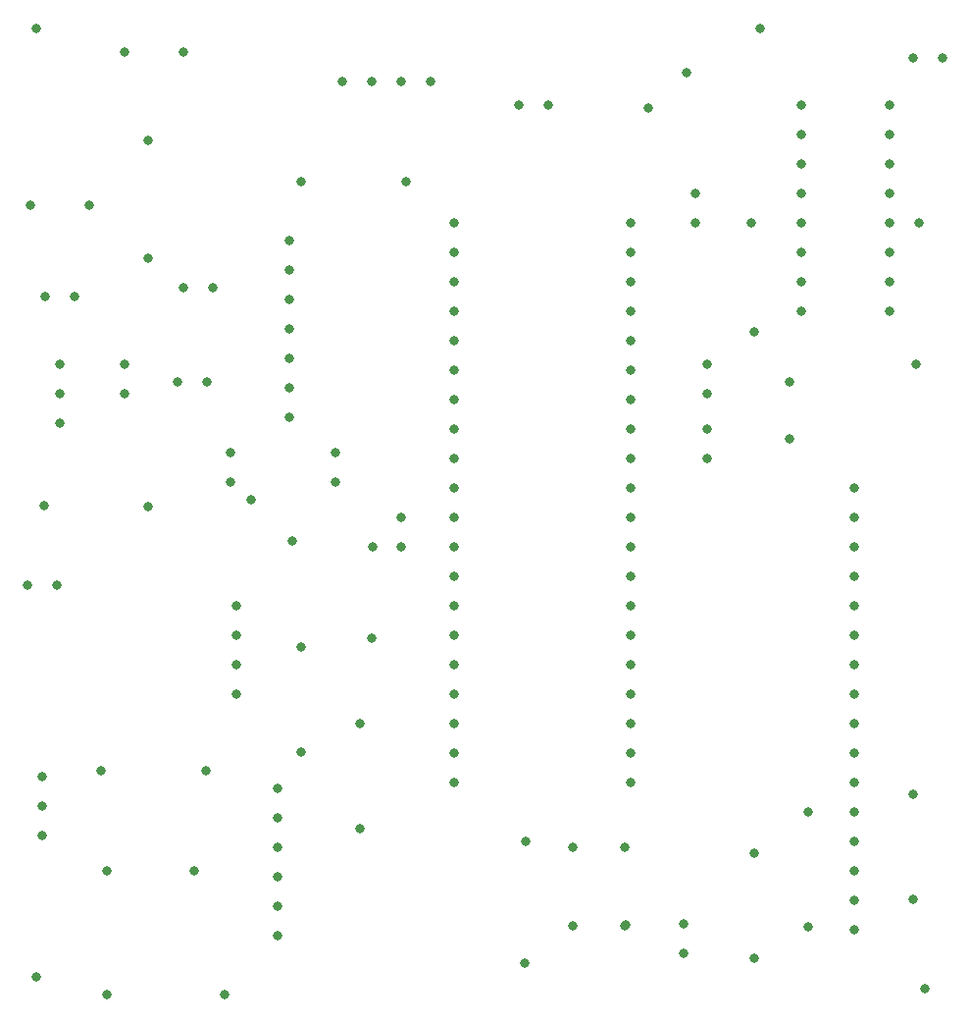
<source format=gbr>
G04 Generated by Ultiboard 14.3 *
%FSLAX33Y33*%
%MOMM*%

%ADD10C,0.001*%
%ADD11C,0.800*%


G04 ColorRGB 000000 for the following layer *
%LNDrill-Copper Top-Copper Bottom*%
%LPD*%
G54D11*
X80264Y3556D03*
X49860Y15748D03*
X49860Y9042D03*
X54356Y15748D03*
X54356Y9042D03*
X45695Y5779D03*
X59436Y6604D03*
X59436Y9144D03*
X65532Y6240D03*
X65542Y15240D03*
X17152Y13716D03*
X9652Y13716D03*
X24384Y13208D03*
X24384Y8128D03*
X24384Y15748D03*
X24384Y18288D03*
X24384Y10668D03*
X24384Y20828D03*
X54432Y9093D03*
X70129Y8890D03*
X79248Y11320D03*
X79258Y20320D03*
X4064Y21844D03*
X4064Y19304D03*
X4064Y16764D03*
X45796Y16332D03*
X31506Y26416D03*
X31496Y17416D03*
X70155Y18847D03*
X9144Y22362D03*
X18144Y22352D03*
X39624Y44196D03*
X54864Y49276D03*
X39624Y41656D03*
X54864Y46736D03*
X39624Y21336D03*
X39624Y23876D03*
X54864Y51816D03*
X54864Y54356D03*
X54864Y23876D03*
X54864Y26416D03*
X54864Y28956D03*
X54864Y31496D03*
X54864Y34036D03*
X54864Y36576D03*
X54864Y39116D03*
X54864Y41656D03*
X39624Y56896D03*
X39624Y49276D03*
X39624Y46736D03*
X39624Y31496D03*
X54864Y64516D03*
X54864Y67056D03*
X54864Y69596D03*
X39624Y69596D03*
X39624Y61976D03*
X39624Y59436D03*
X54864Y44196D03*
X54864Y56896D03*
X54864Y59436D03*
X54864Y61976D03*
X39624Y54356D03*
X39624Y36576D03*
X39624Y26416D03*
X39624Y28956D03*
X39624Y34036D03*
X39624Y39116D03*
X39624Y51816D03*
X39624Y64516D03*
X39624Y67056D03*
X54864Y21336D03*
X26416Y24020D03*
X26426Y33020D03*
X20828Y36576D03*
X20828Y31496D03*
X20828Y34036D03*
X20828Y28956D03*
X32512Y33782D03*
X32537Y41707D03*
X35052Y44196D03*
X35052Y41656D03*
X68580Y51012D03*
X68580Y55880D03*
X79502Y57404D03*
X65532Y60198D03*
X65278Y69596D03*
X79756Y69596D03*
X35416Y73152D03*
X26416Y73162D03*
X16256Y64008D03*
X18796Y64008D03*
X66040Y86360D03*
X3556Y86360D03*
X22098Y45720D03*
X25654Y42164D03*
X3556Y4572D03*
X9652Y3048D03*
X19812Y3048D03*
X56388Y79502D03*
X59690Y82550D03*
X20320Y47254D03*
X29320Y47244D03*
X20320Y49794D03*
X29320Y49784D03*
X18288Y55880D03*
X15748Y55880D03*
X61468Y57404D03*
X61468Y54864D03*
X74168Y8636D03*
X74168Y18796D03*
X74168Y46736D03*
X74168Y11176D03*
X74168Y21336D03*
X74168Y16256D03*
X74168Y13716D03*
X74168Y23876D03*
X74168Y26416D03*
X74168Y28956D03*
X74168Y31496D03*
X74168Y34036D03*
X74168Y36576D03*
X74168Y39116D03*
X74168Y41656D03*
X74168Y44196D03*
X5588Y57404D03*
X5588Y54864D03*
X5588Y52324D03*
X11176Y84328D03*
X16256Y84328D03*
X11176Y54864D03*
X11176Y57404D03*
X4318Y63246D03*
X6858Y63246D03*
X13208Y45202D03*
X4208Y45212D03*
X5334Y38354D03*
X2794Y38354D03*
X3048Y71120D03*
X8128Y71120D03*
X13208Y66548D03*
X13208Y76708D03*
X69596Y79756D03*
X69596Y61976D03*
X69596Y72136D03*
X77216Y72136D03*
X69596Y77216D03*
X69596Y74676D03*
X77216Y79756D03*
X77216Y74676D03*
X77216Y77216D03*
X69596Y64516D03*
X69596Y67056D03*
X69596Y69596D03*
X77216Y64516D03*
X77216Y67056D03*
X77216Y69596D03*
X77216Y61976D03*
X61468Y49276D03*
X61468Y51816D03*
X60436Y72136D03*
X60436Y69596D03*
X81788Y83820D03*
X79248Y83820D03*
X35052Y81788D03*
X32512Y81788D03*
X29972Y81788D03*
X37592Y81788D03*
X25400Y60452D03*
X25400Y57912D03*
X25400Y62992D03*
X25400Y65532D03*
X25400Y55372D03*
X25400Y68072D03*
X25400Y52832D03*
X47752Y79756D03*
X45212Y79756D03*

M02*

</source>
